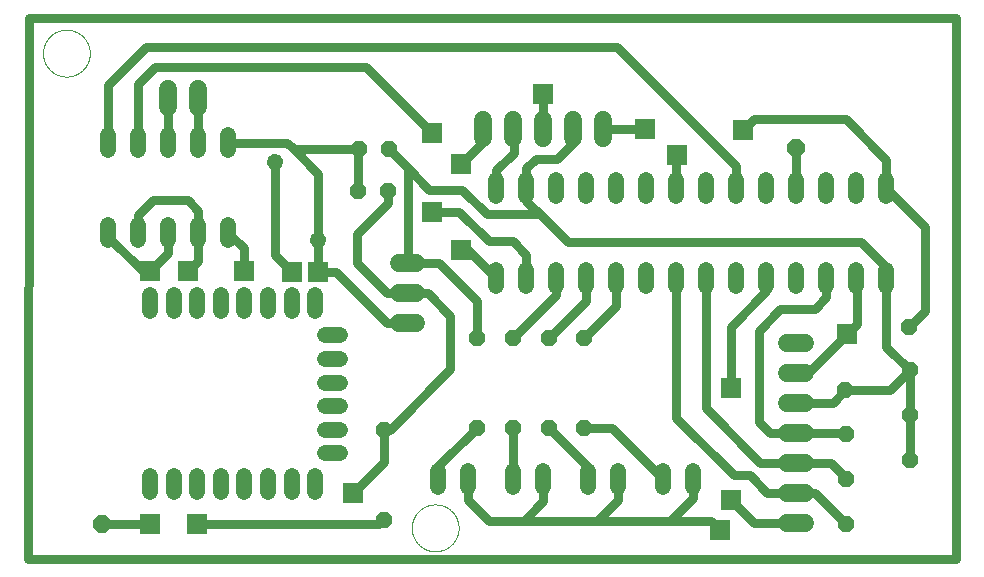
<source format=gbl>
G04 EAGLE Gerber RS-274X export*
G75*
%MOMM*%
%FSLAX34Y34*%
%LPD*%
%INBottom copper*%
%IPPOS*%
%AMOC8*
5,1,8,0,0,1.08239X$1,22.5*%
G01*
%ADD10C,0.762000*%
%ADD11C,0.000000*%
%ADD12P,1.429621X8X292.500000*%
%ADD13P,1.429621X8X202.500000*%
%ADD14C,1.320800*%
%ADD15P,1.429621X8X247.500000*%
%ADD16P,1.429621X8X112.500000*%
%ADD17P,1.429621X8X22.500000*%
%ADD18P,1.429621X8X141.200000*%
%ADD19C,1.507997*%
%ADD20C,1.508000*%
%ADD21C,1.524000*%
%ADD22P,1.649562X8X22.500000*%
%ADD23R,1.676400X1.676400*%


D10*
X1016Y-206126D02*
X786511Y-206126D01*
X787156Y251348D01*
X1661Y251993D01*
X1016Y-206126D01*
D11*
X13704Y221935D02*
X13710Y222422D01*
X13728Y222909D01*
X13758Y223395D01*
X13800Y223880D01*
X13853Y224364D01*
X13919Y224847D01*
X13996Y225328D01*
X14085Y225806D01*
X14186Y226283D01*
X14299Y226757D01*
X14423Y227228D01*
X14558Y227695D01*
X14706Y228160D01*
X14864Y228620D01*
X15034Y229077D01*
X15215Y229529D01*
X15406Y229977D01*
X15609Y230419D01*
X15823Y230857D01*
X16047Y231289D01*
X16282Y231716D01*
X16527Y232137D01*
X16783Y232551D01*
X17048Y232960D01*
X17324Y233361D01*
X17609Y233756D01*
X17904Y234144D01*
X18208Y234524D01*
X18522Y234897D01*
X18845Y235261D01*
X19176Y235618D01*
X19516Y235967D01*
X19865Y236307D01*
X20222Y236638D01*
X20586Y236961D01*
X20959Y237275D01*
X21339Y237579D01*
X21727Y237874D01*
X22122Y238159D01*
X22523Y238435D01*
X22932Y238700D01*
X23346Y238956D01*
X23767Y239201D01*
X24194Y239436D01*
X24626Y239660D01*
X25064Y239874D01*
X25506Y240077D01*
X25954Y240268D01*
X26406Y240449D01*
X26863Y240619D01*
X27323Y240777D01*
X27788Y240925D01*
X28255Y241060D01*
X28726Y241184D01*
X29200Y241297D01*
X29677Y241398D01*
X30155Y241487D01*
X30636Y241564D01*
X31119Y241630D01*
X31603Y241683D01*
X32088Y241725D01*
X32574Y241755D01*
X33061Y241773D01*
X33548Y241779D01*
X34035Y241773D01*
X34522Y241755D01*
X35008Y241725D01*
X35493Y241683D01*
X35977Y241630D01*
X36460Y241564D01*
X36941Y241487D01*
X37419Y241398D01*
X37896Y241297D01*
X38370Y241184D01*
X38841Y241060D01*
X39308Y240925D01*
X39773Y240777D01*
X40233Y240619D01*
X40690Y240449D01*
X41142Y240268D01*
X41590Y240077D01*
X42032Y239874D01*
X42470Y239660D01*
X42902Y239436D01*
X43329Y239201D01*
X43750Y238956D01*
X44164Y238700D01*
X44573Y238435D01*
X44974Y238159D01*
X45369Y237874D01*
X45757Y237579D01*
X46137Y237275D01*
X46510Y236961D01*
X46874Y236638D01*
X47231Y236307D01*
X47580Y235967D01*
X47920Y235618D01*
X48251Y235261D01*
X48574Y234897D01*
X48888Y234524D01*
X49192Y234144D01*
X49487Y233756D01*
X49772Y233361D01*
X50048Y232960D01*
X50313Y232551D01*
X50569Y232137D01*
X50814Y231716D01*
X51049Y231289D01*
X51273Y230857D01*
X51487Y230419D01*
X51690Y229977D01*
X51881Y229529D01*
X52062Y229077D01*
X52232Y228620D01*
X52390Y228160D01*
X52538Y227695D01*
X52673Y227228D01*
X52797Y226757D01*
X52910Y226283D01*
X53011Y225806D01*
X53100Y225328D01*
X53177Y224847D01*
X53243Y224364D01*
X53296Y223880D01*
X53338Y223395D01*
X53368Y222909D01*
X53386Y222422D01*
X53392Y221935D01*
X53386Y221448D01*
X53368Y220961D01*
X53338Y220475D01*
X53296Y219990D01*
X53243Y219506D01*
X53177Y219023D01*
X53100Y218542D01*
X53011Y218064D01*
X52910Y217587D01*
X52797Y217113D01*
X52673Y216642D01*
X52538Y216175D01*
X52390Y215710D01*
X52232Y215250D01*
X52062Y214793D01*
X51881Y214341D01*
X51690Y213893D01*
X51487Y213451D01*
X51273Y213013D01*
X51049Y212581D01*
X50814Y212154D01*
X50569Y211733D01*
X50313Y211319D01*
X50048Y210910D01*
X49772Y210509D01*
X49487Y210114D01*
X49192Y209726D01*
X48888Y209346D01*
X48574Y208973D01*
X48251Y208609D01*
X47920Y208252D01*
X47580Y207903D01*
X47231Y207563D01*
X46874Y207232D01*
X46510Y206909D01*
X46137Y206595D01*
X45757Y206291D01*
X45369Y205996D01*
X44974Y205711D01*
X44573Y205435D01*
X44164Y205170D01*
X43750Y204914D01*
X43329Y204669D01*
X42902Y204434D01*
X42470Y204210D01*
X42032Y203996D01*
X41590Y203793D01*
X41142Y203602D01*
X40690Y203421D01*
X40233Y203251D01*
X39773Y203093D01*
X39308Y202945D01*
X38841Y202810D01*
X38370Y202686D01*
X37896Y202573D01*
X37419Y202472D01*
X36941Y202383D01*
X36460Y202306D01*
X35977Y202240D01*
X35493Y202187D01*
X35008Y202145D01*
X34522Y202115D01*
X34035Y202097D01*
X33548Y202091D01*
X33061Y202097D01*
X32574Y202115D01*
X32088Y202145D01*
X31603Y202187D01*
X31119Y202240D01*
X30636Y202306D01*
X30155Y202383D01*
X29677Y202472D01*
X29200Y202573D01*
X28726Y202686D01*
X28255Y202810D01*
X27788Y202945D01*
X27323Y203093D01*
X26863Y203251D01*
X26406Y203421D01*
X25954Y203602D01*
X25506Y203793D01*
X25064Y203996D01*
X24626Y204210D01*
X24194Y204434D01*
X23767Y204669D01*
X23346Y204914D01*
X22932Y205170D01*
X22523Y205435D01*
X22122Y205711D01*
X21727Y205996D01*
X21339Y206291D01*
X20959Y206595D01*
X20586Y206909D01*
X20222Y207232D01*
X19865Y207563D01*
X19516Y207903D01*
X19176Y208252D01*
X18845Y208609D01*
X18522Y208973D01*
X18208Y209346D01*
X17904Y209726D01*
X17609Y210114D01*
X17324Y210509D01*
X17048Y210910D01*
X16783Y211319D01*
X16527Y211733D01*
X16282Y212154D01*
X16047Y212581D01*
X15823Y213013D01*
X15609Y213451D01*
X15406Y213893D01*
X15215Y214341D01*
X15034Y214793D01*
X14864Y215250D01*
X14706Y215710D01*
X14558Y216175D01*
X14423Y216642D01*
X14299Y217113D01*
X14186Y217587D01*
X14085Y218064D01*
X13996Y218542D01*
X13919Y219023D01*
X13853Y219506D01*
X13800Y219990D01*
X13758Y220475D01*
X13728Y220961D01*
X13710Y221448D01*
X13704Y221935D01*
X325962Y-180000D02*
X325968Y-179513D01*
X325986Y-179026D01*
X326016Y-178540D01*
X326058Y-178055D01*
X326111Y-177571D01*
X326177Y-177088D01*
X326254Y-176607D01*
X326343Y-176129D01*
X326444Y-175652D01*
X326557Y-175178D01*
X326681Y-174707D01*
X326816Y-174240D01*
X326964Y-173775D01*
X327122Y-173315D01*
X327292Y-172858D01*
X327473Y-172406D01*
X327664Y-171958D01*
X327867Y-171516D01*
X328081Y-171078D01*
X328305Y-170646D01*
X328540Y-170219D01*
X328785Y-169798D01*
X329041Y-169384D01*
X329306Y-168975D01*
X329582Y-168574D01*
X329867Y-168179D01*
X330162Y-167791D01*
X330466Y-167411D01*
X330780Y-167038D01*
X331103Y-166674D01*
X331434Y-166317D01*
X331774Y-165968D01*
X332123Y-165628D01*
X332480Y-165297D01*
X332844Y-164974D01*
X333217Y-164660D01*
X333597Y-164356D01*
X333985Y-164061D01*
X334380Y-163776D01*
X334781Y-163500D01*
X335190Y-163235D01*
X335604Y-162979D01*
X336025Y-162734D01*
X336452Y-162499D01*
X336884Y-162275D01*
X337322Y-162061D01*
X337764Y-161858D01*
X338212Y-161667D01*
X338664Y-161486D01*
X339121Y-161316D01*
X339581Y-161158D01*
X340046Y-161010D01*
X340513Y-160875D01*
X340984Y-160751D01*
X341458Y-160638D01*
X341935Y-160537D01*
X342413Y-160448D01*
X342894Y-160371D01*
X343377Y-160305D01*
X343861Y-160252D01*
X344346Y-160210D01*
X344832Y-160180D01*
X345319Y-160162D01*
X345806Y-160156D01*
X346293Y-160162D01*
X346780Y-160180D01*
X347266Y-160210D01*
X347751Y-160252D01*
X348235Y-160305D01*
X348718Y-160371D01*
X349199Y-160448D01*
X349677Y-160537D01*
X350154Y-160638D01*
X350628Y-160751D01*
X351099Y-160875D01*
X351566Y-161010D01*
X352031Y-161158D01*
X352491Y-161316D01*
X352948Y-161486D01*
X353400Y-161667D01*
X353848Y-161858D01*
X354290Y-162061D01*
X354728Y-162275D01*
X355160Y-162499D01*
X355587Y-162734D01*
X356008Y-162979D01*
X356422Y-163235D01*
X356831Y-163500D01*
X357232Y-163776D01*
X357627Y-164061D01*
X358015Y-164356D01*
X358395Y-164660D01*
X358768Y-164974D01*
X359132Y-165297D01*
X359489Y-165628D01*
X359838Y-165968D01*
X360178Y-166317D01*
X360509Y-166674D01*
X360832Y-167038D01*
X361146Y-167411D01*
X361450Y-167791D01*
X361745Y-168179D01*
X362030Y-168574D01*
X362306Y-168975D01*
X362571Y-169384D01*
X362827Y-169798D01*
X363072Y-170219D01*
X363307Y-170646D01*
X363531Y-171078D01*
X363745Y-171516D01*
X363948Y-171958D01*
X364139Y-172406D01*
X364320Y-172858D01*
X364490Y-173315D01*
X364648Y-173775D01*
X364796Y-174240D01*
X364931Y-174707D01*
X365055Y-175178D01*
X365168Y-175652D01*
X365269Y-176129D01*
X365358Y-176607D01*
X365435Y-177088D01*
X365501Y-177571D01*
X365554Y-178055D01*
X365596Y-178540D01*
X365626Y-179026D01*
X365644Y-179513D01*
X365650Y-180000D01*
X365644Y-180487D01*
X365626Y-180974D01*
X365596Y-181460D01*
X365554Y-181945D01*
X365501Y-182429D01*
X365435Y-182912D01*
X365358Y-183393D01*
X365269Y-183871D01*
X365168Y-184348D01*
X365055Y-184822D01*
X364931Y-185293D01*
X364796Y-185760D01*
X364648Y-186225D01*
X364490Y-186685D01*
X364320Y-187142D01*
X364139Y-187594D01*
X363948Y-188042D01*
X363745Y-188484D01*
X363531Y-188922D01*
X363307Y-189354D01*
X363072Y-189781D01*
X362827Y-190202D01*
X362571Y-190616D01*
X362306Y-191025D01*
X362030Y-191426D01*
X361745Y-191821D01*
X361450Y-192209D01*
X361146Y-192589D01*
X360832Y-192962D01*
X360509Y-193326D01*
X360178Y-193683D01*
X359838Y-194032D01*
X359489Y-194372D01*
X359132Y-194703D01*
X358768Y-195026D01*
X358395Y-195340D01*
X358015Y-195644D01*
X357627Y-195939D01*
X357232Y-196224D01*
X356831Y-196500D01*
X356422Y-196765D01*
X356008Y-197021D01*
X355587Y-197266D01*
X355160Y-197501D01*
X354728Y-197725D01*
X354290Y-197939D01*
X353848Y-198142D01*
X353400Y-198333D01*
X352948Y-198514D01*
X352491Y-198684D01*
X352031Y-198842D01*
X351566Y-198990D01*
X351099Y-199125D01*
X350628Y-199249D01*
X350154Y-199362D01*
X349677Y-199463D01*
X349199Y-199552D01*
X348718Y-199629D01*
X348235Y-199695D01*
X347751Y-199748D01*
X347266Y-199790D01*
X346780Y-199820D01*
X346293Y-199838D01*
X345806Y-199844D01*
X345319Y-199838D01*
X344832Y-199820D01*
X344346Y-199790D01*
X343861Y-199748D01*
X343377Y-199695D01*
X342894Y-199629D01*
X342413Y-199552D01*
X341935Y-199463D01*
X341458Y-199362D01*
X340984Y-199249D01*
X340513Y-199125D01*
X340046Y-198990D01*
X339581Y-198842D01*
X339121Y-198684D01*
X338664Y-198514D01*
X338212Y-198333D01*
X337764Y-198142D01*
X337322Y-197939D01*
X336884Y-197725D01*
X336452Y-197501D01*
X336025Y-197266D01*
X335604Y-197021D01*
X335190Y-196765D01*
X334781Y-196500D01*
X334380Y-196224D01*
X333985Y-195939D01*
X333597Y-195644D01*
X333217Y-195340D01*
X332844Y-195026D01*
X332480Y-194703D01*
X332123Y-194372D01*
X331774Y-194032D01*
X331434Y-193683D01*
X331103Y-193326D01*
X330780Y-192962D01*
X330466Y-192589D01*
X330162Y-192209D01*
X329867Y-191821D01*
X329582Y-191426D01*
X329306Y-191025D01*
X329041Y-190616D01*
X328785Y-190202D01*
X328540Y-189781D01*
X328305Y-189354D01*
X328081Y-188922D01*
X327867Y-188484D01*
X327664Y-188042D01*
X327473Y-187594D01*
X327292Y-187142D01*
X327122Y-186685D01*
X326964Y-186225D01*
X326816Y-185760D01*
X326681Y-185293D01*
X326557Y-184822D01*
X326444Y-184348D01*
X326343Y-183871D01*
X326254Y-183393D01*
X326177Y-182912D01*
X326111Y-182429D01*
X326058Y-181945D01*
X326016Y-181460D01*
X325986Y-180974D01*
X325968Y-180487D01*
X325962Y-180000D01*
D12*
X412057Y-19385D03*
X412057Y-95585D03*
D13*
X306548Y140597D03*
X281148Y140597D03*
D14*
X348318Y-131910D02*
X348318Y-145118D01*
X373718Y-145118D02*
X373718Y-131910D01*
X474818Y-131910D02*
X474818Y-145118D01*
X500218Y-145118D02*
X500218Y-131910D01*
X538318Y-131910D02*
X538318Y-145118D01*
X563718Y-145118D02*
X563718Y-131910D01*
X411818Y-131910D02*
X411818Y-145118D01*
X437218Y-145118D02*
X437218Y-131910D01*
D12*
X442154Y-19195D03*
X442154Y-95395D03*
D14*
X727858Y101018D02*
X727858Y114226D01*
X702458Y114226D02*
X702458Y101018D01*
X575458Y101018D02*
X575458Y114226D01*
X550058Y114226D02*
X550058Y101018D01*
X677058Y101018D02*
X677058Y114226D01*
X651658Y114226D02*
X651658Y101018D01*
X600858Y101018D02*
X600858Y114226D01*
X626258Y114226D02*
X626258Y101018D01*
X524658Y101018D02*
X524658Y114226D01*
X499258Y114226D02*
X499258Y101018D01*
X473858Y101018D02*
X473858Y114226D01*
X448458Y114226D02*
X448458Y101018D01*
X423058Y101018D02*
X423058Y114226D01*
X397658Y114226D02*
X397658Y101018D01*
X397658Y38026D02*
X397658Y24818D01*
X423058Y24818D02*
X423058Y38026D01*
X448458Y38026D02*
X448458Y24818D01*
X473858Y24818D02*
X473858Y38026D01*
X499258Y38026D02*
X499258Y24818D01*
X524658Y24818D02*
X524658Y38026D01*
X550058Y38026D02*
X550058Y24818D01*
X575458Y24818D02*
X575458Y38026D01*
X600858Y38026D02*
X600858Y24818D01*
X626258Y24818D02*
X626258Y38026D01*
X651658Y38026D02*
X651658Y24818D01*
X677058Y24818D02*
X677058Y38026D01*
X702458Y38026D02*
X702458Y24818D01*
X727858Y24818D02*
X727858Y38026D01*
D15*
X746747Y-9749D03*
X692865Y-63631D03*
D16*
X380815Y-95375D03*
X380815Y-19175D03*
D14*
X244345Y3671D02*
X244345Y16879D01*
X224345Y16879D02*
X224345Y3671D01*
X204345Y3671D02*
X204345Y16879D01*
X184345Y16879D02*
X184345Y3671D01*
X164345Y3671D02*
X164345Y16879D01*
X144345Y16879D02*
X144345Y3671D01*
X124345Y3671D02*
X124345Y16879D01*
X104345Y16879D02*
X104345Y3671D01*
X244345Y-136329D02*
X244345Y-149537D01*
X224345Y-149537D02*
X224345Y-136329D01*
X204345Y-136329D02*
X204345Y-149537D01*
X184345Y-149537D02*
X184345Y-136329D01*
X164345Y-136329D02*
X164345Y-149537D01*
X144345Y-149537D02*
X144345Y-136329D01*
X124345Y-136329D02*
X124345Y-149537D01*
X104345Y-149537D02*
X104345Y-136329D01*
X252395Y-16979D02*
X265603Y-16979D01*
X265603Y-36979D02*
X252395Y-36979D01*
X252395Y-56979D02*
X265603Y-56979D01*
X265603Y-76979D02*
X252395Y-76979D01*
X252395Y-96979D02*
X265603Y-96979D01*
X265603Y-116979D02*
X252395Y-116979D01*
D12*
X472105Y-19215D03*
X472105Y-95415D03*
D17*
X280792Y105416D03*
X306192Y105416D03*
D14*
X68820Y76625D02*
X68820Y63417D01*
X94220Y63417D02*
X94220Y76625D01*
X145020Y139617D02*
X145020Y152825D01*
X119620Y152825D02*
X119620Y139617D01*
X119620Y76625D02*
X119620Y63417D01*
X145020Y63417D02*
X145020Y76625D01*
X170420Y139617D02*
X170420Y152825D01*
X170420Y76625D02*
X170420Y63417D01*
X94220Y139617D02*
X94220Y152825D01*
X68820Y152825D02*
X68820Y139617D01*
D18*
X246817Y63358D03*
X210224Y130196D03*
D16*
X302074Y-172992D03*
X302074Y-96792D03*
D19*
X314857Y-6726D02*
X329937Y-6726D01*
D20*
X329937Y18674D02*
X314857Y18674D01*
X314857Y44074D02*
X329937Y44074D01*
D21*
X386618Y149799D02*
X386618Y165039D01*
X412018Y165039D02*
X412018Y149799D01*
X437418Y149799D02*
X437418Y165039D01*
X462818Y165039D02*
X462818Y149799D01*
X488218Y149799D02*
X488218Y165039D01*
D15*
X747584Y-84672D03*
X693703Y-138553D03*
X747585Y-122736D03*
X693703Y-176618D03*
X747585Y-46607D03*
X693703Y-100489D03*
D22*
X63871Y-176774D03*
D21*
X643992Y-175555D02*
X659232Y-175555D01*
X659232Y-150155D02*
X643992Y-150155D01*
X643992Y-124755D02*
X659232Y-124755D01*
X659232Y-99355D02*
X643992Y-99355D01*
X643992Y-73955D02*
X659232Y-73955D01*
X659232Y-48555D02*
X643992Y-48555D01*
X643992Y-23155D02*
X659232Y-23155D01*
D22*
X651612Y141935D03*
D21*
X119558Y176251D02*
X119558Y191491D01*
X144958Y191491D02*
X144958Y176251D01*
D10*
X380815Y-95375D02*
X348318Y-127872D01*
X348318Y-138514D01*
X442154Y-95395D02*
X474818Y-128059D01*
X474818Y-138514D01*
X472105Y-95415D02*
X495219Y-95415D01*
X538318Y-138514D01*
X412057Y-138275D02*
X412057Y-95585D01*
X412057Y-138275D02*
X411818Y-138514D01*
D23*
X246451Y36774D03*
D10*
X220230Y146221D02*
X170420Y146221D01*
X280792Y140241D02*
X280792Y105416D01*
X280792Y140241D02*
X281148Y140597D01*
X261935Y36774D02*
X246451Y36774D01*
D23*
X437418Y187742D03*
D10*
X437418Y157419D01*
X373718Y-138514D02*
X373718Y-156299D01*
X391612Y-174193D01*
X420644Y-174193D01*
X482580Y-174193D01*
X544515Y-174193D01*
X563718Y-154990D02*
X563718Y-138514D01*
X563718Y-154990D02*
X544515Y-174193D01*
X500218Y-156555D02*
X500218Y-138514D01*
X500218Y-156555D02*
X482580Y-174193D01*
X437218Y-157619D02*
X437218Y-138514D01*
X437218Y-157619D02*
X420644Y-174193D01*
D23*
X587096Y-181935D03*
D10*
X579354Y-174193D02*
X544515Y-174193D01*
X579354Y-174193D02*
X587096Y-181935D01*
X702579Y31301D02*
X702458Y31422D01*
D23*
X550321Y136129D03*
D10*
X550058Y135865D01*
X550058Y107622D01*
D23*
X694192Y-15484D03*
D10*
X661121Y-48555D02*
X651612Y-48555D01*
X661121Y-48555D02*
X694192Y-15484D01*
X702579Y-7097D01*
X702579Y31301D01*
X322397Y-6726D02*
X305435Y-6726D01*
X261935Y36774D01*
X225161Y141290D02*
X220230Y146221D01*
X225854Y140597D02*
X246817Y119634D01*
X246817Y63358D01*
X246451Y62992D02*
X246451Y36774D01*
X246451Y62992D02*
X246817Y63358D01*
X225854Y140597D02*
X225161Y141290D01*
X225854Y140597D02*
X281148Y140597D01*
X380815Y12088D02*
X380815Y-19175D01*
X322397Y124748D02*
X306548Y140597D01*
X322397Y124748D02*
X322397Y44074D01*
X727858Y40528D02*
X727858Y31422D01*
X727858Y40528D02*
X706450Y61935D01*
X458064Y61935D01*
X340694Y106451D02*
X322397Y124748D01*
X368386Y106451D02*
X389313Y85524D01*
X368386Y106451D02*
X340694Y106451D01*
X462818Y146045D02*
X462818Y157419D01*
X462818Y146045D02*
X449031Y132258D01*
X430967Y132258D01*
X423058Y124349D01*
X434475Y85524D02*
X458064Y61935D01*
X434475Y85524D02*
X389313Y85524D01*
X423058Y107622D02*
X423058Y124349D01*
X423058Y107622D02*
X423058Y96941D01*
X434475Y85524D01*
X692376Y-63142D02*
X692865Y-63631D01*
X730561Y-63631D01*
X747585Y-46607D01*
X747585Y-84672D01*
X747584Y-84672D01*
X747584Y-122736D01*
X747585Y-122736D01*
X682541Y-73955D02*
X651612Y-73955D01*
X682541Y-73955D02*
X692865Y-63631D01*
X727858Y-26881D02*
X747585Y-46607D01*
X727858Y-26881D02*
X727858Y31422D01*
X348828Y44074D02*
X322397Y44074D01*
X348828Y44074D02*
X380815Y12088D01*
X442154Y-19195D02*
X473858Y12509D01*
X473858Y31422D01*
X499258Y7937D02*
X472105Y-19215D01*
X499258Y7937D02*
X499258Y31422D01*
X448458Y17016D02*
X412057Y-19385D01*
X448458Y17016D02*
X448458Y31422D01*
D23*
X596128Y-156129D03*
X596128Y-61935D03*
D10*
X626258Y20455D02*
X626258Y31422D01*
X626258Y20455D02*
X596128Y-9675D01*
X596128Y-61935D01*
X596128Y-156129D02*
X600273Y-160274D01*
X596128Y-156129D02*
X615554Y-175555D01*
X651612Y-175555D01*
X550058Y-86833D02*
X550058Y31422D01*
X550058Y-86833D02*
X598708Y-135484D01*
X651612Y-150155D02*
X667240Y-150155D01*
X693703Y-176618D01*
X612257Y-135484D02*
X598708Y-135484D01*
X626928Y-150155D02*
X651612Y-150155D01*
X626928Y-150155D02*
X612257Y-135484D01*
X574838Y30802D02*
X575458Y31422D01*
X574838Y30802D02*
X574838Y-78710D01*
X693703Y-137611D02*
X693703Y-138553D01*
X680847Y-124755D02*
X651612Y-124755D01*
X680847Y-124755D02*
X693703Y-137611D01*
X651612Y-124755D02*
X620883Y-124755D01*
X574838Y-78710D01*
X651612Y-99355D02*
X692569Y-99355D01*
X693703Y-100489D01*
X651612Y-99355D02*
X629031Y-99355D01*
X619999Y-90322D01*
X619999Y-12903D01*
X638063Y5161D01*
X667095Y5161D01*
X677058Y15124D01*
X677058Y31422D01*
X727858Y107622D02*
X760486Y74994D01*
D23*
X523870Y157419D03*
X606450Y156774D03*
D10*
X488219Y157419D02*
X488218Y157419D01*
X488219Y157419D02*
X523870Y157419D01*
X606450Y156774D02*
X615483Y165806D01*
X727858Y131495D02*
X727858Y107622D01*
X693547Y165806D02*
X615483Y165806D01*
X693547Y165806D02*
X727858Y131495D01*
X760486Y3991D02*
X746747Y-9749D01*
X760486Y3991D02*
X760486Y74994D01*
X412257Y137419D02*
X397658Y122820D01*
X412257Y137419D02*
X412257Y157180D01*
X412018Y157419D01*
X397658Y122820D02*
X397658Y107622D01*
D23*
X367741Y55484D03*
X367741Y127742D03*
D10*
X386618Y146619D01*
X386618Y157419D01*
X373597Y55484D02*
X397658Y31422D01*
X373597Y55484D02*
X367741Y55484D01*
D23*
X276128Y-150322D03*
D10*
X358709Y-45666D02*
X358709Y-645D01*
X339390Y18674D01*
X322397Y18674D01*
X307582Y-96792D02*
X302074Y-96792D01*
X307582Y-96792D02*
X358709Y-45666D01*
X306192Y95225D02*
X306192Y105416D01*
X306192Y95225D02*
X279999Y69032D01*
X279999Y43871D01*
X305196Y18674D02*
X322397Y18674D01*
X305196Y18674D02*
X279999Y43871D01*
X302074Y-124377D02*
X276128Y-150322D01*
X302074Y-124377D02*
X302074Y-96792D01*
D23*
X224516Y36774D03*
D10*
X210224Y51066D01*
X210224Y130196D01*
D23*
X183871Y37419D03*
D10*
X183871Y56570D01*
X170420Y70021D01*
D23*
X104516Y37419D03*
D10*
X68820Y66664D02*
X68820Y70021D01*
X119620Y70021D02*
X119620Y52523D01*
X104516Y37419D01*
X98064Y37419D01*
X68820Y66664D01*
D23*
X136129Y37419D03*
D10*
X145020Y46310D02*
X145020Y70021D01*
X145020Y46310D02*
X136129Y37419D01*
X94220Y70021D02*
X94220Y84542D01*
X107097Y97419D01*
X136129Y97419D01*
X145161Y88387D01*
X145020Y88246D01*
X145020Y70021D01*
X119620Y146221D02*
X119620Y183809D01*
X119558Y183871D01*
X144958Y183871D02*
X144958Y146283D01*
X145020Y146221D01*
X94220Y146221D02*
X94220Y196155D01*
X108387Y210322D01*
D23*
X343225Y154193D03*
X343225Y87742D03*
D10*
X287096Y210322D02*
X108387Y210322D01*
X287096Y210322D02*
X343225Y154193D01*
X343225Y87742D02*
X365806Y87742D01*
X390967Y62581D02*
X411612Y62581D01*
X423058Y51135D01*
X423058Y31422D01*
X390967Y62581D02*
X365806Y87742D01*
X68820Y146221D02*
X68820Y194626D01*
X101290Y227096D01*
X499999Y227096D01*
X600858Y126237D02*
X600858Y107622D01*
X600858Y126237D02*
X499999Y227096D01*
X651612Y141935D02*
X651612Y107669D01*
X651658Y107622D01*
D23*
X143871Y-176774D03*
D10*
X298292Y-176774D01*
X302074Y-172992D01*
D23*
X104516Y-176774D03*
D10*
X63871Y-176774D01*
M02*

</source>
